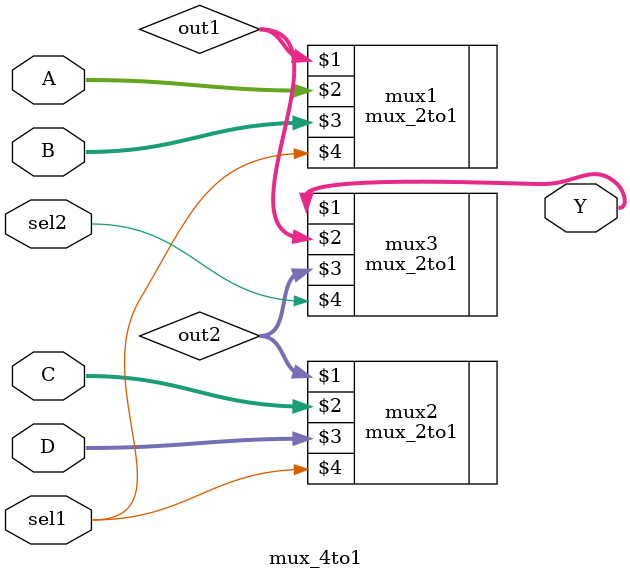
<source format=sv>
module mux_4to1 #(parameter N = 32) (output [N - 1 : 0] Y, input [N - 1 : 0] A, B, C, D, input sel1, input sel2);
	logic [N - 1 : 0] out1;
	logic [N - 1 : 0] out2;
	
	mux_2to1 #(N) mux1 (out1, A, B, sel1);
	mux_2to1 #(N) mux2 (out2, C, D, sel1);
	mux_2to1 #(N) mux3 (Y, out1, out2, sel2);
endmodule

</source>
